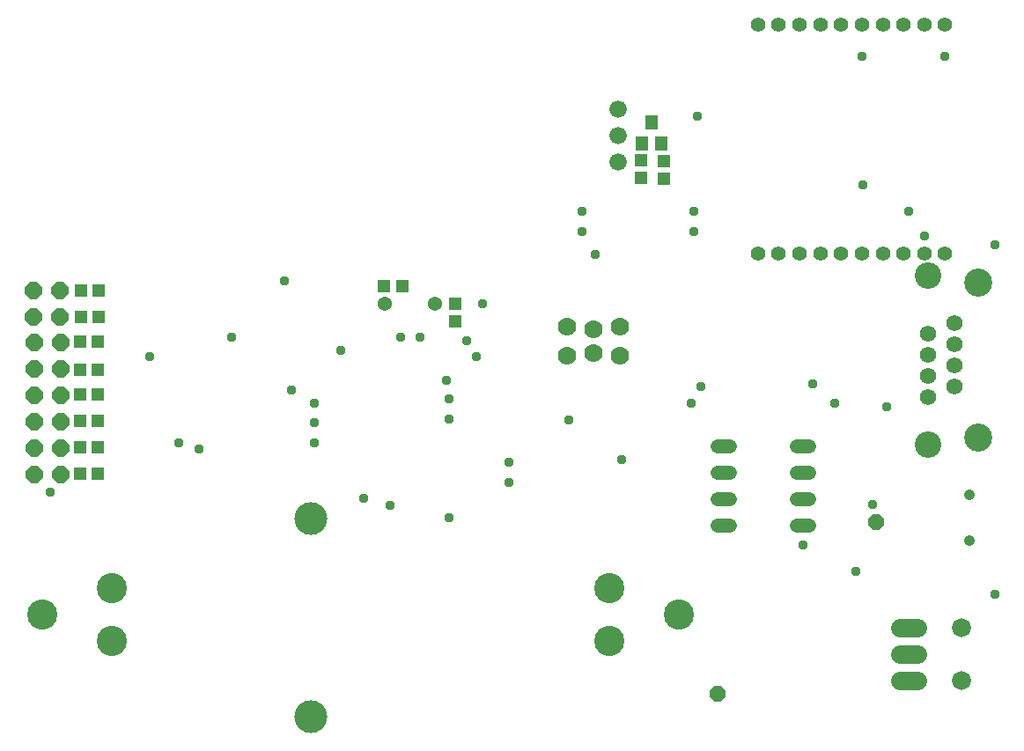
<source format=gbs>
G75*
G70*
%OFA0B0*%
%FSLAX24Y24*%
%IPPOS*%
%LPD*%
%AMOC8*
5,1,8,0,0,1.08239X$1,22.5*
%
%ADD10C,0.0540*%
%ADD11R,0.0485X0.0473*%
%ADD12R,0.0473X0.0485*%
%ADD13C,0.0414*%
%ADD14R,0.0454X0.0493*%
%ADD15C,0.0700*%
%ADD16R,0.0493X0.0454*%
%ADD17R,0.0454X0.0560*%
%ADD18C,0.0560*%
%ADD19OC8,0.0651*%
%ADD20C,0.0660*%
%ADD21C,0.1140*%
%ADD22C,0.1241*%
%ADD23C,0.0710*%
%ADD24C,0.0720*%
%ADD25C,0.0540*%
%ADD26C,0.0620*%
%ADD27C,0.1005*%
%ADD28C,0.1064*%
%ADD29OC8,0.0350*%
%ADD30OC8,0.0591*%
D10*
X015927Y020715D03*
X017827Y020715D03*
D11*
X018574Y020707D03*
X018574Y020018D03*
D12*
X016566Y021365D03*
X015877Y021365D03*
D13*
X038039Y013456D03*
X038039Y011724D03*
D14*
X005059Y014262D03*
X004389Y014262D03*
X004393Y015265D03*
X005062Y015265D03*
X005059Y016265D03*
X004389Y016265D03*
X004389Y017267D03*
X005059Y017267D03*
X005059Y018204D03*
X004389Y018204D03*
X004389Y019267D03*
X005059Y019267D03*
X005084Y020190D03*
X004414Y020190D03*
X004414Y021190D03*
X005084Y021190D03*
D15*
X022824Y019843D03*
X023824Y019743D03*
X024824Y019843D03*
X024824Y018743D03*
X023824Y018843D03*
X022824Y018743D03*
D16*
X025612Y025461D03*
X025612Y026131D03*
X026477Y026111D03*
X026477Y025442D03*
D17*
X026389Y026773D03*
X025641Y026773D03*
X026015Y027560D03*
D18*
X030042Y031264D03*
X030830Y031264D03*
X031617Y031264D03*
X032405Y031264D03*
X033192Y031264D03*
X033979Y031264D03*
X034767Y031264D03*
X035554Y031264D03*
X036342Y031264D03*
X037129Y031264D03*
X037129Y022603D03*
X036342Y022603D03*
X035554Y022603D03*
X034767Y022603D03*
X033979Y022603D03*
X033192Y022603D03*
X032405Y022603D03*
X031617Y022603D03*
X030830Y022603D03*
X030042Y022603D03*
D19*
X003624Y021190D03*
X002624Y021190D03*
X002624Y020190D03*
X003624Y020190D03*
X003649Y019240D03*
X002649Y019240D03*
X002649Y018240D03*
X003649Y018240D03*
X003649Y017240D03*
X002649Y017240D03*
X002649Y016240D03*
X003649Y016240D03*
X003649Y015240D03*
X002649Y015240D03*
X002649Y014240D03*
X003649Y014240D03*
D20*
X024749Y026065D03*
X024749Y027065D03*
X024749Y028065D03*
D21*
X005597Y007936D03*
X005597Y009936D03*
X002941Y008936D03*
X024401Y007944D03*
X024401Y009944D03*
X027057Y008944D03*
D22*
X013124Y012565D03*
X013124Y005065D03*
D23*
X035424Y006440D02*
X036074Y006440D01*
X036074Y007440D02*
X035424Y007440D01*
X035424Y008440D02*
X036074Y008440D01*
D24*
X037749Y008440D03*
X037749Y006440D03*
D25*
X031989Y012315D02*
X031509Y012315D01*
X031509Y013315D02*
X031989Y013315D01*
X031989Y014315D02*
X031509Y014315D01*
X031509Y015315D02*
X031989Y015315D01*
X028989Y015315D02*
X028509Y015315D01*
X028509Y014315D02*
X028989Y014315D01*
X028989Y013315D02*
X028509Y013315D01*
X028509Y012315D02*
X028989Y012315D01*
D26*
X036468Y017160D03*
X037468Y017561D03*
X036468Y017963D03*
X036468Y018766D03*
X036468Y019569D03*
X037468Y019168D03*
X037468Y018364D03*
X037468Y019971D03*
D27*
X036468Y021764D03*
X036468Y015366D03*
D28*
X038374Y015636D03*
X038374Y021494D03*
D29*
X038999Y022940D03*
X036342Y023283D03*
X035749Y024190D03*
X033999Y025190D03*
X027624Y024190D03*
X027624Y023440D03*
X023874Y022565D03*
X023374Y023440D03*
X023374Y024190D03*
X019624Y020690D03*
X018999Y019315D03*
X019374Y018690D03*
X018249Y017815D03*
X018349Y017090D03*
X018349Y016340D03*
X020624Y014690D03*
X020624Y013940D03*
X018349Y012590D03*
X016124Y013065D03*
X015099Y013340D03*
X013249Y015440D03*
X013249Y016190D03*
X013249Y016940D03*
X012374Y017440D03*
X014249Y018940D03*
X016499Y019440D03*
X017249Y019440D03*
X012124Y021565D03*
X010124Y019440D03*
X006999Y018690D03*
X008124Y015440D03*
X008874Y015190D03*
X003244Y013574D03*
X022874Y016315D03*
X024874Y014815D03*
X027499Y016940D03*
X027874Y017565D03*
X032124Y017665D03*
X032949Y016940D03*
X034924Y016815D03*
X034374Y013115D03*
X031749Y011565D03*
X033749Y010565D03*
X038999Y009690D03*
X027749Y027815D03*
X033974Y030065D03*
X037124Y030065D03*
D30*
X034499Y012440D03*
X028499Y005940D03*
M02*

</source>
